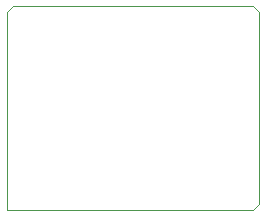
<source format=gbr>
G04 #@! TF.GenerationSoftware,KiCad,Pcbnew,(5.1.6)-1*
G04 #@! TF.CreationDate,2020-11-03T09:51:37+03:00*
G04 #@! TF.ProjectId,UlTi_driver_ext_board,556c5469-5f64-4726-9976-65725f657874,rev?*
G04 #@! TF.SameCoordinates,Original*
G04 #@! TF.FileFunction,Profile,NP*
%FSLAX46Y46*%
G04 Gerber Fmt 4.6, Leading zero omitted, Abs format (unit mm)*
G04 Created by KiCad (PCBNEW (5.1.6)-1) date 2020-11-03 09:51:37*
%MOMM*%
%LPD*%
G01*
G04 APERTURE LIST*
G04 #@! TA.AperFunction,Profile*
%ADD10C,0.050000*%
G04 #@! TD*
G04 APERTURE END LIST*
D10*
X138557000Y-108966000D02*
X138557000Y-108458000D01*
X139065000Y-108966000D02*
X138557000Y-108966000D01*
X139065000Y-91694000D02*
X159385000Y-91694000D01*
X159385000Y-108966000D02*
X139065000Y-108966000D01*
X159893000Y-108458000D02*
X159385000Y-108966000D01*
X159385000Y-91694000D02*
X159893000Y-92202000D01*
X138557000Y-92202000D02*
X139065000Y-91694000D01*
X138557000Y-108458000D02*
X138557000Y-92202000D01*
X159893000Y-92202000D02*
X159893000Y-108458000D01*
M02*

</source>
